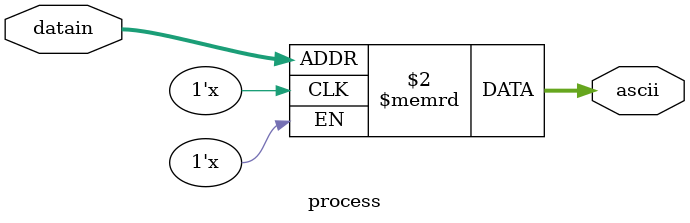
<source format=v>
module process(datain,ascii);

input [7:0] datain;
output reg [7:0] ascii;
(*ram_init_file="scancode.mif"*) reg [7:0]lut[255:0];

always @(*)
	begin
		ascii=lut[datain];
	end
endmodule

</source>
